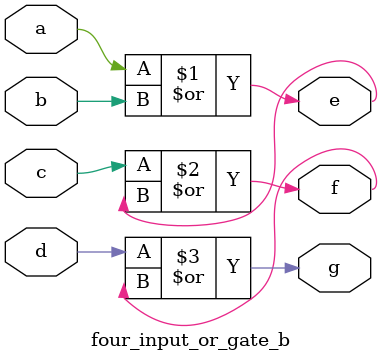
<source format=v>
`timescale 1ns / 1ps


module four_input_or_gate_b(a, b, c, d, e, f, g);
    input a, b, c, d;
    output e, f, g;
    
    assign e = a | b;
    assign f = c | e;
    assign g = d | f;
endmodule

</source>
